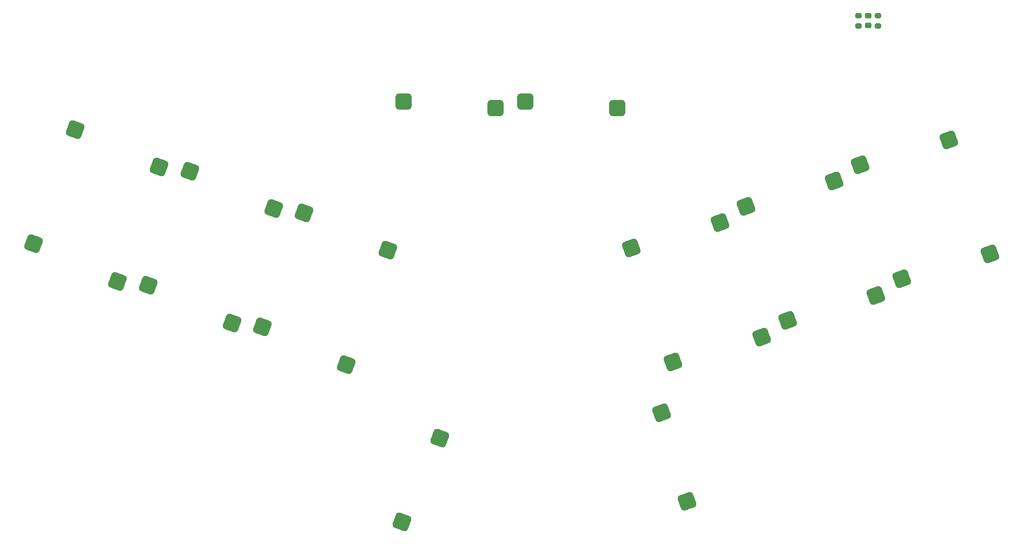
<source format=gbr>
%TF.GenerationSoftware,KiCad,Pcbnew,8.0.2-1*%
%TF.CreationDate,2024-05-28T17:04:48-06:00*%
%TF.ProjectId,magicfingers,6d616769-6366-4696-9e67-6572732e6b69,rev?*%
%TF.SameCoordinates,Original*%
%TF.FileFunction,Paste,Bot*%
%TF.FilePolarity,Positive*%
%FSLAX46Y46*%
G04 Gerber Fmt 4.6, Leading zero omitted, Abs format (unit mm)*
G04 Created by KiCad (PCBNEW 8.0.2-1) date 2024-05-28 17:04:48*
%MOMM*%
%LPD*%
G01*
G04 APERTURE LIST*
G04 Aperture macros list*
%AMRoundRect*
0 Rectangle with rounded corners*
0 $1 Rounding radius*
0 $2 $3 $4 $5 $6 $7 $8 $9 X,Y pos of 4 corners*
0 Add a 4 corners polygon primitive as box body*
4,1,4,$2,$3,$4,$5,$6,$7,$8,$9,$2,$3,0*
0 Add four circle primitives for the rounded corners*
1,1,$1+$1,$2,$3*
1,1,$1+$1,$4,$5*
1,1,$1+$1,$6,$7*
1,1,$1+$1,$8,$9*
0 Add four rect primitives between the rounded corners*
20,1,$1+$1,$2,$3,$4,$5,0*
20,1,$1+$1,$4,$5,$6,$7,0*
20,1,$1+$1,$6,$7,$8,$9,0*
20,1,$1+$1,$8,$9,$2,$3,0*%
G04 Aperture macros list end*
%ADD10RoundRect,0.500000X-0.439704X-0.984777X0.969835X-0.471747X0.439704X0.984777X-0.969835X0.471747X0*%
%ADD11RoundRect,0.500000X0.984777X-0.439704X0.471747X0.969835X-0.984777X0.439704X-0.471747X-0.969835X0*%
%ADD12RoundRect,0.500000X-0.969835X-0.471747X0.439704X-0.984777X0.969835X0.471747X-0.439704X0.984777X0*%
%ADD13RoundRect,0.500000X0.471747X-0.969835X0.984777X0.439704X-0.471747X0.969835X-0.984777X-0.439704X0*%
%ADD14RoundRect,0.500000X-0.750000X-0.775000X0.750000X-0.775000X0.750000X0.775000X-0.750000X0.775000X0*%
%ADD15RoundRect,0.225000X0.250000X-0.225000X0.250000X0.225000X-0.250000X0.225000X-0.250000X-0.225000X0*%
%ADD16RoundRect,0.200000X0.275000X-0.200000X0.275000X0.200000X-0.275000X0.200000X-0.275000X-0.200000X0*%
%ADD17RoundRect,0.200000X-0.275000X0.200000X-0.275000X-0.200000X0.275000X-0.200000X0.275000X0.200000X0*%
G04 APERTURE END LIST*
D10*
%TO.C,SW17*%
X193269519Y-79698762D03*
X207113229Y-75777450D03*
%TD*%
D11*
%TO.C,SW16*%
X201943894Y-119402061D03*
X198022582Y-105558351D03*
%TD*%
D12*
%TO.C,SW3*%
X124153190Y-67659424D03*
X137278658Y-73554090D03*
%TD*%
D10*
%TO.C,SW18*%
X199785003Y-97599906D03*
X213628713Y-93678594D03*
%TD*%
D13*
%TO.C,SW7*%
X157389076Y-122616371D03*
X163283742Y-109490903D03*
%TD*%
D10*
%TO.C,SW21*%
X229071808Y-66667794D03*
X242915518Y-62746482D03*
%TD*%
%TO.C,SW22*%
X235587292Y-84568939D03*
X249431002Y-80647627D03*
%TD*%
D12*
%TO.C,SW4*%
X117637707Y-85560569D03*
X130763175Y-91455235D03*
%TD*%
%TO.C,SW1*%
X106252046Y-61143941D03*
X119377514Y-67038607D03*
%TD*%
%TO.C,SW5*%
X142054335Y-74174908D03*
X155179803Y-80069574D03*
%TD*%
D14*
%TO.C,SW8*%
X157649623Y-56750693D03*
X171999623Y-57800693D03*
%TD*%
%TO.C,SW15*%
X176699623Y-56750693D03*
X191049623Y-57800693D03*
%TD*%
D12*
%TO.C,SW6*%
X135538851Y-92076053D03*
X148664319Y-97970719D03*
%TD*%
D10*
%TO.C,SW19*%
X211170664Y-73183278D03*
X225014374Y-69261966D03*
%TD*%
%TO.C,SW20*%
X217686147Y-91084423D03*
X231529857Y-87163111D03*
%TD*%
D12*
%TO.C,SW2*%
X99736562Y-79045085D03*
X112862030Y-84939751D03*
%TD*%
D15*
%TO.C,C4*%
X230350000Y-44875000D03*
X230350000Y-43325000D03*
%TD*%
D16*
%TO.C,R4*%
X231850000Y-44925000D03*
X231850000Y-43275000D03*
%TD*%
D17*
%TO.C,R5*%
X228850000Y-43275000D03*
X228850000Y-44925000D03*
%TD*%
M02*

</source>
